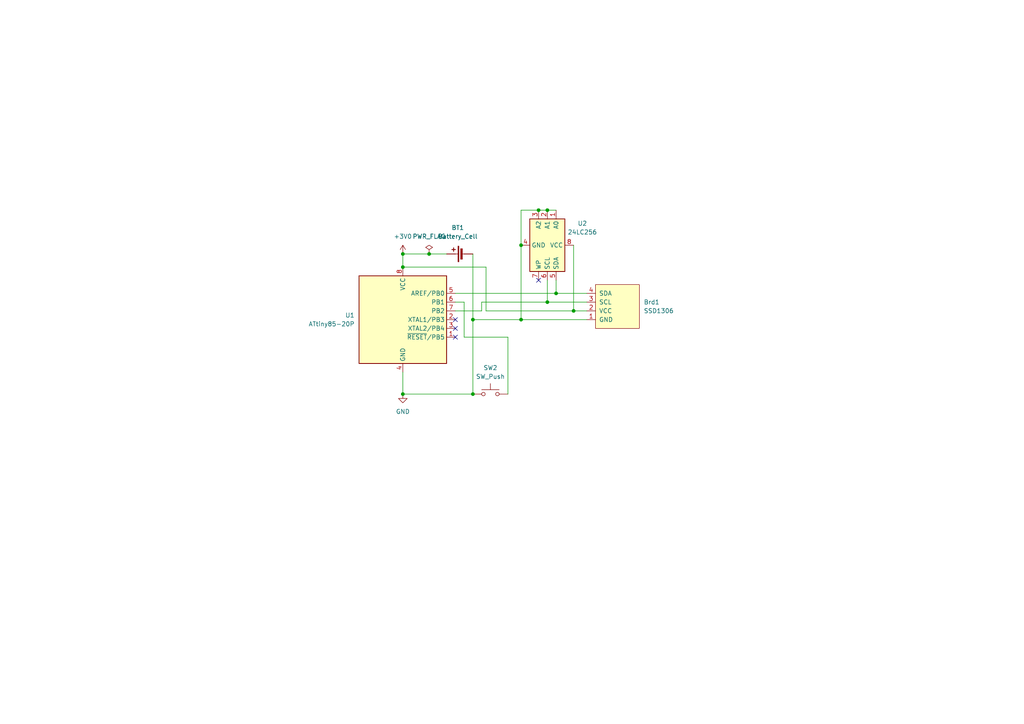
<source format=kicad_sch>
(kicad_sch (version 20231120) (generator "eeschema") (generator_version "8.0")
  (paper "A4")
  (lib_symbols
    (symbol "Device:Battery_Cell" (pin_numbers hide) (pin_names (offset 0) hide)
      (property "Reference" "BT" (at 2.54 2.54 0))
      (property "Value" "Battery_Cell" (at 2.54 0 0))
      (symbol "Battery_Cell_0_1"
        (rectangle (start -2.286 1.778) (end 2.286 1.524) (fill (type outline)))
        (rectangle (start -1.524 1.016) (end 1.524 0.508) (fill (type outline)))
        (polyline (pts (xy 0 0.762) (xy 0 0)))
        (polyline (pts (xy 0 1.778) (xy 0 2.54)))
        (polyline (pts (xy 0.762 3.048) (xy 1.778 3.048)) (stroke (width 0.254)))
        (polyline (pts (xy 1.27 3.556) (xy 1.27 2.54)) (stroke (width 0.254)))
      )
      (symbol "Battery_Cell_1_1"
        (pin passive line (at 0 5.08 270) (length 2.54) (name "+") (number "1"))
        (pin passive line (at 0 -2.54 90) (length 2.54) (name "-") (number "2"))
      )
    )
    (symbol "MCU_Microchip_ATtiny:ATtiny85-20P"
      (property "Reference" "U" (at -12.7 13.97 0))
      (property "Value" "ATtiny85-20P" (at 2.54 -13.97 0))
      (symbol "ATtiny85-20P_0_1"
        (rectangle (start -12.7 -12.7) (end 12.7 12.7) (stroke (width 0.254)) (fill (type background)))
      )
      (symbol "ATtiny85-20P_1_1"
        (pin bidirectional line (at 15.24 -5.08 180) (length 2.54) (name "~{RESET}/PB5") (number "1"))
        (pin bidirectional line (at 15.24 0 180) (length 2.54) (name "XTAL1/PB3") (number "2"))
        (pin bidirectional line (at 15.24 -2.54 180) (length 2.54) (name "XTAL2/PB4") (number "3"))
        (pin power_in line (at 0 -15.24 90) (length 2.54) (name "GND") (number "4"))
        (pin bidirectional line (at 15.24 7.62 180) (length 2.54) (name "AREF/PB0") (number "5"))
        (pin bidirectional line (at 15.24 5.08 180) (length 2.54) (name "PB1") (number "6"))
        (pin bidirectional line (at 15.24 2.54 180) (length 2.54) (name "PB2") (number "7"))
        (pin power_in line (at 0 15.24 270) (length 2.54) (name "VCC") (number "8"))
      )
    )
    (symbol "Memory_EEPROM:24LC256"
      (property "Reference" "U" (at -6.35 6.35 0))
      (property "Value" "24LC256" (at 1.27 6.35 0))
      (symbol "24LC256_1_1"
        (rectangle (start -7.62 5.08) (end 7.62 -5.08) (stroke (width 0.254)) (fill (type background)))
        (pin input line (at -10.16 2.54 0) (length 2.54) (name "A0") (number "1"))
        (pin input line (at -10.16 0 0) (length 2.54) (name "A1") (number "2"))
        (pin input line (at -10.16 -2.54 0) (length 2.54) (name "A2") (number "3"))
        (pin power_in line (at 0 -7.62 90) (length 2.54) (name "GND") (number "4"))
        (pin bidirectional line (at 10.16 2.54 180) (length 2.54) (name "SDA") (number "5"))
        (pin input line (at 10.16 0 180) (length 2.54) (name "SCL") (number "6"))
        (pin input line (at 10.16 -2.54 180) (length 2.54) (name "WP") (number "7"))
        (pin power_in line (at 0 7.62 270) (length 2.54) (name "VCC") (number "8"))
      )
    )
    (symbol "SSSD1306:SSD1306" (pin_names (offset 1.016))
      (property "Reference" "Brd" (at 0 -3.81 0))
      (property "Value" "SSD1306" (at 0 -1.27 0))
      (symbol "SSD1306_0_1"
        (rectangle (start -6.35 6.35) (end 6.35 -6.35) (fill (type background)))
      )
      (symbol "SSD1306_1_1"
        (pin input line (at -3.81 8.89 270) (length 2.54) (name "GND") (number "1"))
        (pin input line (at -1.27 8.89 270) (length 2.54) (name "VCC") (number "2"))
        (pin input line (at 1.27 8.89 270) (length 2.54) (name "SCL") (number "3"))
        (pin input line (at 3.81 8.89 270) (length 2.54) (name "SDA") (number "4"))
      )
    )
    (symbol "Switch:SW_Push" (pin_numbers hide) (pin_names (offset 1.016) hide)
      (property "Reference" "SW" (at 1.27 2.54 0))
      (property "Value" "SW_Push" (at 0 -1.524 0))
      (symbol "SW_Push_0_1"
        (circle (center -2.032 0) (radius 0.508))
        (polyline (pts (xy 0 1.27) (xy 0 3.048)))
        (polyline (pts (xy 2.54 1.27) (xy -2.54 1.27)))
        (circle (center 2.032 0) (radius 0.508))
        (pin passive line (at -5.08 0 0) (length 2.54) (name "1") (number "1"))
        (pin passive line (at 5.08 0 180) (length 2.54) (name "2") (number "2"))
      )
    )
    (symbol "power:+3V0" (power) (pin_names (offset 0))
      (property "Value" "+3V0" (at 0 3.556 0))
      (symbol "+3V0_0_1"
        (polyline (pts (xy -0.762 1.27) (xy 0 2.54)))
        (polyline (pts (xy 0 0) (xy 0 2.54)))
        (polyline (pts (xy 0 2.54) (xy 0.762 1.27)))
      )
      (symbol "+3V0_1_1"
        (pin power_in line (at 0 0 90) (length 0) hide (name "+3V0") (number "1"))
      )
    )
    (symbol "power:GND" (power) (pin_names (offset 0))
      (property "Value" "GND" (at 0 -3.81 0))
      (symbol "GND_0_1"
        (polyline (pts (xy 0 0) (xy 0 -1.27) (xy 1.27 -1.27) (xy 0 -2.54) (xy -1.27 -1.27) (xy 0 -1.27)))
      )
      (symbol "GND_1_1"
        (pin power_in line (at 0 0 270) (length 0) hide (name "GND") (number "1"))
      )
    )
    (symbol "power:PWR_FLAG" (power) (pin_numbers hide) (pin_names (offset 0) hide)
      (property "Value" "PWR_FLAG" (at 0 3.81 0))
      (symbol "PWR_FLAG_0_0"
        (pin power_out line (at 0 0 90) (length 0) (name "pwr") (number "1"))
      )
      (symbol "PWR_FLAG_0_1"
        (polyline (pts (xy 0 0) (xy 0 1.27) (xy -1.016 1.905) (xy 0 2.54) (xy 1.016 1.905) (xy 0 1.27)))
      )
    )
  )
  (junction (at 161.29 85.09))
  (junction (at 116.84 77.47))
  (junction (at 116.84 114.3))
  (junction (at 158.75 87.63))
  (junction (at 137.16 92.71))
  (junction (at 151.13 71.12))
  (junction (at 156.21 60.96))
  (junction (at 158.75 60.96))
  (junction (at 124.46 73.66))
  (junction (at 116.84 73.66))
  (junction (at 166.37 90.17))
  (junction (at 137.16 114.3))
  (junction (at 151.13 92.71))
  (no_connect (at 156.21 81.28))
  (no_connect (at 132.08 95.25))
  (no_connect (at 132.08 97.79))
  (no_connect (at 132.08 92.71))
  (wire (pts (xy 158.75 87.63) (xy 170.18 87.63)))
  (wire (pts (xy 151.13 60.96) (xy 151.13 71.12)))
  (wire (pts (xy 156.21 60.96) (xy 158.75 60.96)))
  (wire (pts (xy 137.16 92.71) (xy 137.16 114.3)))
  (wire (pts (xy 116.84 73.66) (xy 116.84 77.47)))
  (wire (pts (xy 134.62 87.63) (xy 134.62 97.79)))
  (wire (pts (xy 132.08 85.09) (xy 161.29 85.09)))
  (wire (pts (xy 151.13 92.71) (xy 170.18 92.71)))
  (wire (pts (xy 140.97 77.47) (xy 140.97 90.17)))
  (wire (pts (xy 137.16 92.71) (xy 151.13 92.71)))
  (wire (pts (xy 137.16 73.66) (xy 137.16 92.71)))
  (wire (pts (xy 151.13 71.12) (xy 151.13 92.71)))
  (wire (pts (xy 166.37 90.17) (xy 170.18 90.17)))
  (wire (pts (xy 134.62 97.79) (xy 147.32 97.79)))
  (wire (pts (xy 116.84 114.3) (xy 116.84 107.95)))
  (wire (pts (xy 147.32 114.3) (xy 147.32 97.79)))
  (wire (pts (xy 124.46 73.66) (xy 129.54 73.66)))
  (wire (pts (xy 116.84 114.3) (xy 137.16 114.3)))
  (wire (pts (xy 161.29 85.09) (xy 170.18 85.09)))
  (wire (pts (xy 139.7 87.63) (xy 158.75 87.63)))
  (wire (pts (xy 166.37 71.12) (xy 166.37 90.17)))
  (wire (pts (xy 132.08 90.17) (xy 139.7 90.17)))
  (wire (pts (xy 158.75 81.28) (xy 158.75 87.63)))
  (wire (pts (xy 139.7 90.17) (xy 139.7 87.63)))
  (wire (pts (xy 156.21 60.96) (xy 151.13 60.96)))
  (wire (pts (xy 116.84 73.66) (xy 124.46 73.66)))
  (wire (pts (xy 158.75 60.96) (xy 161.29 60.96)))
  (wire (pts (xy 140.97 90.17) (xy 166.37 90.17)))
  (wire (pts (xy 161.29 81.28) (xy 161.29 85.09)))
  (wire (pts (xy 116.84 77.47) (xy 140.97 77.47)))
  (wire (pts (xy 132.08 87.63) (xy 134.62 87.63)))
  (symbol (lib_id "Memory_EEPROM:24LC256") (at 158.75 71.12 270) (unit 1)
    (property "Reference" "U2" (at 168.91 64.8014 90))
    (property "Value" "24LC256" (at 168.91 67.3414 90))
    (property "Footprint" "Schimpfomat:DIP787W46P254L927H533Q8" (effects (hide yes)))
    (property "Datasheet" "http://ww1.microchip.com/downloads/en/devicedoc/21203m.pdf" (effects (hide yes)))
    (property "Description" "I2C Serial EEPROM, 256Kb, DIP-8/SOIC-8/TSSOP-8/DFN-8" (effects (hide yes)))
  )
  (symbol (lib_id "SSSD1306:SSD1306") (at 179.07 88.9 90) (unit 1)
    (property "Reference" "Brd1" (at 186.69 87.63 90) (effects (justify right)))
    (property "Value" "SSD1306" (at 186.69 90.17 90) (effects (justify right)))
    (property "Footprint" "Schimpfomat:128x64OLED" (effects (hide yes)))
  )
  (symbol (lib_id "MCU_Microchip_ATtiny:ATtiny85-20P") (at 116.84 92.71 0) (unit 1)
    (property "Reference" "U1" (at 102.87 91.4399 0) (effects (justify right)))
    (property "Value" "ATtiny85-20P" (at 102.87 93.9799 0) (effects (justify right)))
    (property "Footprint" "Schimpfomat:DIP787W46P254L927H533Q8" (effects (hide yes)))
    (property "Datasheet" "http://ww1.microchip.com/downloads/en/DeviceDoc/atmel-2586-avr-8-bit-microcontroller-attiny25-attiny45-attiny85_datasheet.pdf" (effects (hide yes)))
    (property "Description" "20MHz, 8kB Flash, 512B SRAM, 512B EEPROM, debugWIRE, DIP-8" (effects (hide yes)))
  )
  (symbol (lib_id "power:GND") (at 116.84 114.3 0) (unit 1)
    (property "Reference" "#PWR02" (effects (hide yes)))
    (property "Value" "GND" (at 116.84 119.38 0))
  )
  (symbol (lib_id "power:PWR_FLAG") (at 124.46 73.66 0) (unit 1)
    (property "Reference" "#FLG01" (effects (hide yes)))
    (property "Value" "PWR_FLAG" (at 124.46 68.58 0))
  )
  (symbol (lib_id "Switch:SW_Push") (at 142.24 114.3 0) (unit 1)
    (property "Reference" "SW2" (at 142.24 106.68 0))
    (property "Value" "SW_Push" (at 142.24 109.22 0))
    (property "Footprint" "Button_Switch_THT:SW_PUSH_6mm" (effects (hide yes)))
  )
  (symbol (lib_id "Device:Battery_Cell") (at 134.62 73.66 90) (unit 1)
    (property "Reference" "BT1" (at 132.7785 66.04 90))
    (property "Value" "Battery_Cell" (at 132.7785 68.58 90))
    (property "Footprint" "Battery:Battery_Panasonic_CR2032-HFN_Horizontal_CircularHoles" (effects (hide yes)))
  )
  (symbol (lib_id "power:+3V0") (at 116.84 73.66 0) (unit 1)
    (property "Reference" "#PWR01" (effects (hide yes)))
    (property "Value" "+3V0" (at 116.84 68.58 0))
  )
)
</source>
